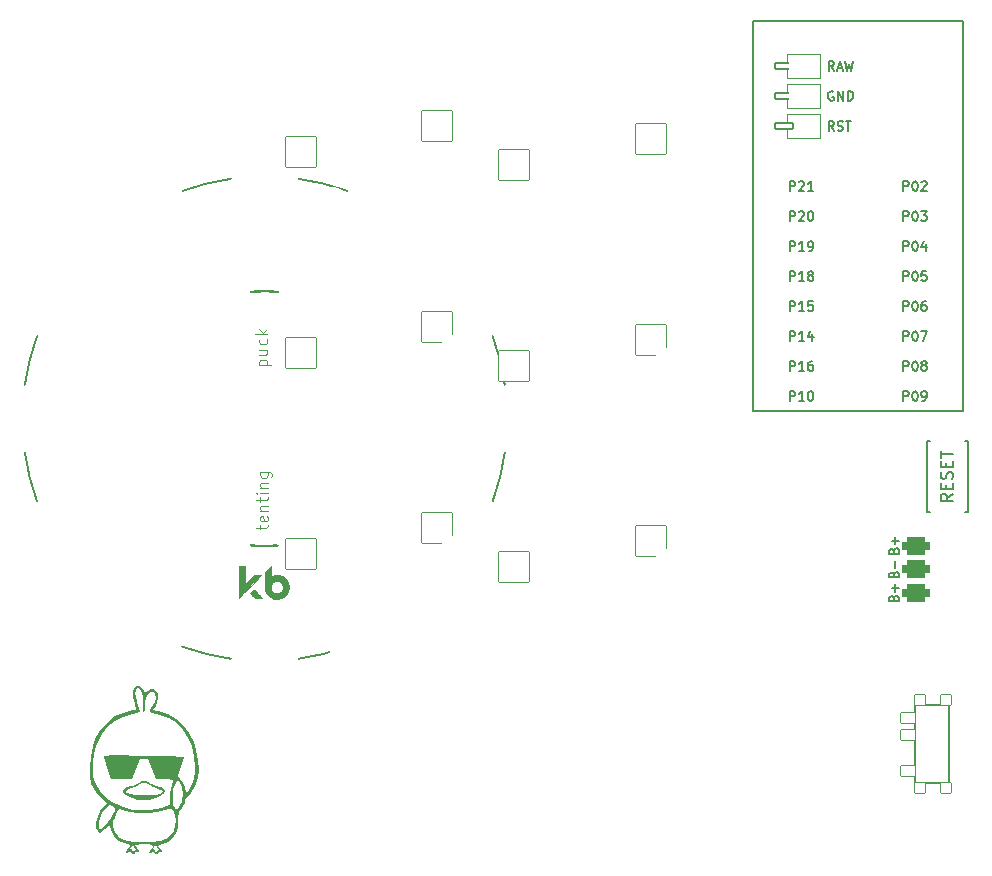
<source format=gto>
%TF.GenerationSoftware,KiCad,Pcbnew,(6.0.4-0)*%
%TF.CreationDate,2022-06-13T07:49:06+02:00*%
%TF.ProjectId,konafa,6b6f6e61-6661-42e6-9b69-6361645f7063,v1.0.0*%
%TF.SameCoordinates,Original*%
%TF.FileFunction,Legend,Top*%
%TF.FilePolarity,Positive*%
%FSLAX46Y46*%
G04 Gerber Fmt 4.6, Leading zero omitted, Abs format (unit mm)*
G04 Created by KiCad (PCBNEW (6.0.4-0)) date 2022-06-13 07:49:06*
%MOMM*%
%LPD*%
G01*
G04 APERTURE LIST*
G04 Aperture macros list*
%AMRoundRect*
0 Rectangle with rounded corners*
0 $1 Rounding radius*
0 $2 $3 $4 $5 $6 $7 $8 $9 X,Y pos of 4 corners*
0 Add a 4 corners polygon primitive as box body*
4,1,4,$2,$3,$4,$5,$6,$7,$8,$9,$2,$3,0*
0 Add four circle primitives for the rounded corners*
1,1,$1+$1,$2,$3*
1,1,$1+$1,$4,$5*
1,1,$1+$1,$6,$7*
1,1,$1+$1,$8,$9*
0 Add four rect primitives between the rounded corners*
20,1,$1+$1,$2,$3,$4,$5,0*
20,1,$1+$1,$4,$5,$6,$7,0*
20,1,$1+$1,$6,$7,$8,$9,0*
20,1,$1+$1,$8,$9,$2,$3,0*%
%AMFreePoly0*
4,1,16,0.535355,0.785355,0.541603,0.777735,1.041603,0.027735,1.049029,-0.009806,1.041603,-0.027735,0.541603,-0.777735,0.509806,-0.799029,0.500000,-0.800000,-0.500000,-0.800000,-0.535355,-0.785355,-0.550000,-0.750000,-0.550000,0.750000,-0.535355,0.785355,-0.500000,0.800000,0.500000,0.800000,0.535355,0.785355,0.535355,0.785355,$1*%
%AMFreePoly1*
4,1,16,0.535355,0.785355,0.550000,0.750000,0.550000,-0.750000,0.535355,-0.785355,0.500000,-0.800000,-0.650000,-0.800000,-0.685355,-0.785355,-0.700000,-0.750000,-0.691603,-0.722265,-0.210093,0.000000,-0.691603,0.722265,-0.699029,0.759806,-0.677735,0.791603,-0.650000,0.800000,0.500000,0.800000,0.535355,0.785355,0.535355,0.785355,$1*%
G04 Aperture macros list end*
%ADD10C,0.150000*%
%ADD11C,0.100000*%
%ADD12C,0.120000*%
%ADD13C,0.200000*%
%ADD14C,0.010000*%
%ADD15C,2.000000*%
%ADD16RoundRect,0.375000X-0.750000X0.375000X-0.750000X-0.375000X0.750000X-0.375000X0.750000X0.375000X0*%
%ADD17C,1.752600*%
%ADD18C,3.529000*%
%ADD19C,1.801800*%
%ADD20C,3.100000*%
%ADD21RoundRect,0.050000X-1.300000X-1.300000X1.300000X-1.300000X1.300000X1.300000X-1.300000X1.300000X0*%
%ADD22C,2.132000*%
%ADD23C,2.100000*%
%ADD24RoundRect,0.050000X-1.054507X-1.505993X1.505993X-1.054507X1.054507X1.505993X-1.505993X1.054507X0*%
%ADD25RoundRect,0.050000X-1.181751X-1.408356X1.408356X-1.181751X1.181751X1.408356X-1.408356X1.181751X0*%
%ADD26RoundRect,0.050000X-0.625000X0.450000X-0.625000X-0.450000X0.625000X-0.450000X0.625000X0.450000X0*%
%ADD27RoundRect,0.050000X-0.450000X0.450000X-0.450000X-0.450000X0.450000X-0.450000X0.450000X0.450000X0*%
%ADD28C,1.100000*%
%ADD29RoundRect,0.050000X-1.692328X-0.718350X0.718350X-1.692328X1.692328X0.718350X-0.718350X1.692328X0*%
%ADD30RoundRect,0.425000X-0.750000X0.375000X-0.750000X-0.375000X0.750000X-0.375000X0.750000X0.375000X0*%
%ADD31RoundRect,0.050000X-0.863113X-1.623279X1.623279X-0.863113X0.863113X1.623279X-1.623279X0.863113X0*%
%ADD32RoundRect,0.050000X-1.448740X-1.131880X1.131880X-1.448740X1.448740X1.131880X-1.131880X1.448740X0*%
%ADD33C,1.852600*%
%ADD34FreePoly0,180.000000*%
%ADD35RoundRect,0.050000X-0.762000X0.250000X-0.762000X-0.250000X0.762000X-0.250000X0.762000X0.250000X0*%
%ADD36FreePoly1,180.000000*%
%ADD37C,4.500000*%
G04 APERTURE END LIST*
D10*
%TO.C,B1*%
X162359171Y80540873D02*
X161882981Y80207539D01*
X162359171Y79969444D02*
X161359171Y79969444D01*
X161359171Y80350396D01*
X161406791Y80445634D01*
X161454410Y80493254D01*
X161549648Y80540873D01*
X161692505Y80540873D01*
X161787743Y80493254D01*
X161835362Y80445634D01*
X161882981Y80350396D01*
X161882981Y79969444D01*
X161835362Y80969444D02*
X161835362Y81302777D01*
X162359171Y81445634D02*
X162359171Y80969444D01*
X161359171Y80969444D01*
X161359171Y81445634D01*
X162311552Y81826587D02*
X162359171Y81969444D01*
X162359171Y82207539D01*
X162311552Y82302777D01*
X162263933Y82350396D01*
X162168695Y82398015D01*
X162073457Y82398015D01*
X161978219Y82350396D01*
X161930600Y82302777D01*
X161882981Y82207539D01*
X161835362Y82017063D01*
X161787743Y81921825D01*
X161740124Y81874206D01*
X161644886Y81826587D01*
X161549648Y81826587D01*
X161454410Y81874206D01*
X161406791Y81921825D01*
X161359171Y82017063D01*
X161359171Y82255158D01*
X161406791Y82398015D01*
X161835362Y82826587D02*
X161835362Y83159920D01*
X162359171Y83302777D02*
X162359171Y82826587D01*
X161359171Y82826587D01*
X161359171Y83302777D01*
X161359171Y83588492D02*
X161359171Y84159920D01*
X162359171Y83874206D02*
X161359171Y83874206D01*
%TO.C,PAD1*%
X157382648Y71724158D02*
X157420743Y71838444D01*
X157458838Y71876539D01*
X157535029Y71914634D01*
X157649314Y71914634D01*
X157725505Y71876539D01*
X157763600Y71838444D01*
X157801695Y71762254D01*
X157801695Y71457492D01*
X157001695Y71457492D01*
X157001695Y71724158D01*
X157039791Y71800349D01*
X157077886Y71838444D01*
X157154076Y71876539D01*
X157230267Y71876539D01*
X157306457Y71838444D01*
X157344552Y71800349D01*
X157382648Y71724158D01*
X157382648Y71457492D01*
X157496933Y72257492D02*
X157496933Y72867015D01*
X157801695Y72562254D02*
X157192171Y72562254D01*
X157382648Y75724158D02*
X157420743Y75838444D01*
X157458838Y75876539D01*
X157535029Y75914634D01*
X157649314Y75914634D01*
X157725505Y75876539D01*
X157763600Y75838444D01*
X157801695Y75762254D01*
X157801695Y75457492D01*
X157001695Y75457492D01*
X157001695Y75724158D01*
X157039791Y75800349D01*
X157077886Y75838444D01*
X157154076Y75876539D01*
X157230267Y75876539D01*
X157306457Y75838444D01*
X157344552Y75800349D01*
X157382648Y75724158D01*
X157382648Y75457492D01*
X157496933Y76257492D02*
X157496933Y76867015D01*
X157801695Y76562254D02*
X157192171Y76562254D01*
X157382648Y73724158D02*
X157420743Y73838444D01*
X157458838Y73876539D01*
X157535029Y73914634D01*
X157649314Y73914634D01*
X157725505Y73876539D01*
X157763600Y73838444D01*
X157801695Y73762254D01*
X157801695Y73457492D01*
X157001695Y73457492D01*
X157001695Y73724158D01*
X157039791Y73800349D01*
X157077886Y73838444D01*
X157154076Y73876539D01*
X157230267Y73876539D01*
X157306457Y73838444D01*
X157344552Y73800349D01*
X157382648Y73724158D01*
X157382648Y73457492D01*
X157496933Y74257492D02*
X157496933Y74867015D01*
%TO.C,MCU1*%
X158185784Y96057349D02*
X158185784Y96857349D01*
X158490546Y96857349D01*
X158566736Y96819254D01*
X158604832Y96781158D01*
X158642927Y96704968D01*
X158642927Y96590682D01*
X158604832Y96514492D01*
X158566736Y96476396D01*
X158490546Y96438301D01*
X158185784Y96438301D01*
X159138165Y96857349D02*
X159214355Y96857349D01*
X159290546Y96819254D01*
X159328641Y96781158D01*
X159366736Y96704968D01*
X159404832Y96552587D01*
X159404832Y96362111D01*
X159366736Y96209730D01*
X159328641Y96133539D01*
X159290546Y96095444D01*
X159214355Y96057349D01*
X159138165Y96057349D01*
X159061974Y96095444D01*
X159023879Y96133539D01*
X158985784Y96209730D01*
X158947689Y96362111D01*
X158947689Y96552587D01*
X158985784Y96704968D01*
X159023879Y96781158D01*
X159061974Y96819254D01*
X159138165Y96857349D01*
X160090546Y96857349D02*
X159938165Y96857349D01*
X159861974Y96819254D01*
X159823879Y96781158D01*
X159747689Y96666873D01*
X159709593Y96514492D01*
X159709593Y96209730D01*
X159747689Y96133539D01*
X159785784Y96095444D01*
X159861974Y96057349D01*
X160014355Y96057349D01*
X160090546Y96095444D01*
X160128641Y96133539D01*
X160166736Y96209730D01*
X160166736Y96400206D01*
X160128641Y96476396D01*
X160090546Y96514492D01*
X160014355Y96552587D01*
X159861974Y96552587D01*
X159785784Y96514492D01*
X159747689Y96476396D01*
X159709593Y96400206D01*
X148585784Y96057349D02*
X148585784Y96857349D01*
X148890546Y96857349D01*
X148966736Y96819254D01*
X149004832Y96781158D01*
X149042927Y96704968D01*
X149042927Y96590682D01*
X149004832Y96514492D01*
X148966736Y96476396D01*
X148890546Y96438301D01*
X148585784Y96438301D01*
X149804832Y96057349D02*
X149347689Y96057349D01*
X149576260Y96057349D02*
X149576260Y96857349D01*
X149500070Y96743063D01*
X149423879Y96666873D01*
X149347689Y96628777D01*
X150528641Y96857349D02*
X150147689Y96857349D01*
X150109593Y96476396D01*
X150147689Y96514492D01*
X150223879Y96552587D01*
X150414355Y96552587D01*
X150490546Y96514492D01*
X150528641Y96476396D01*
X150566736Y96400206D01*
X150566736Y96209730D01*
X150528641Y96133539D01*
X150490546Y96095444D01*
X150414355Y96057349D01*
X150223879Y96057349D01*
X150147689Y96095444D01*
X150109593Y96133539D01*
X158185784Y98597349D02*
X158185784Y99397349D01*
X158490546Y99397349D01*
X158566736Y99359254D01*
X158604832Y99321158D01*
X158642927Y99244968D01*
X158642927Y99130682D01*
X158604832Y99054492D01*
X158566736Y99016396D01*
X158490546Y98978301D01*
X158185784Y98978301D01*
X159138165Y99397349D02*
X159214355Y99397349D01*
X159290546Y99359254D01*
X159328641Y99321158D01*
X159366736Y99244968D01*
X159404832Y99092587D01*
X159404832Y98902111D01*
X159366736Y98749730D01*
X159328641Y98673539D01*
X159290546Y98635444D01*
X159214355Y98597349D01*
X159138165Y98597349D01*
X159061974Y98635444D01*
X159023879Y98673539D01*
X158985784Y98749730D01*
X158947689Y98902111D01*
X158947689Y99092587D01*
X158985784Y99244968D01*
X159023879Y99321158D01*
X159061974Y99359254D01*
X159138165Y99397349D01*
X160128641Y99397349D02*
X159747689Y99397349D01*
X159709593Y99016396D01*
X159747689Y99054492D01*
X159823879Y99092587D01*
X160014355Y99092587D01*
X160090546Y99054492D01*
X160128641Y99016396D01*
X160166736Y98940206D01*
X160166736Y98749730D01*
X160128641Y98673539D01*
X160090546Y98635444D01*
X160014355Y98597349D01*
X159823879Y98597349D01*
X159747689Y98635444D01*
X159709593Y98673539D01*
X158185784Y101137349D02*
X158185784Y101937349D01*
X158490546Y101937349D01*
X158566736Y101899254D01*
X158604832Y101861158D01*
X158642927Y101784968D01*
X158642927Y101670682D01*
X158604832Y101594492D01*
X158566736Y101556396D01*
X158490546Y101518301D01*
X158185784Y101518301D01*
X159138165Y101937349D02*
X159214355Y101937349D01*
X159290546Y101899254D01*
X159328641Y101861158D01*
X159366736Y101784968D01*
X159404832Y101632587D01*
X159404832Y101442111D01*
X159366736Y101289730D01*
X159328641Y101213539D01*
X159290546Y101175444D01*
X159214355Y101137349D01*
X159138165Y101137349D01*
X159061974Y101175444D01*
X159023879Y101213539D01*
X158985784Y101289730D01*
X158947689Y101442111D01*
X158947689Y101632587D01*
X158985784Y101784968D01*
X159023879Y101861158D01*
X159061974Y101899254D01*
X159138165Y101937349D01*
X160090546Y101670682D02*
X160090546Y101137349D01*
X159900070Y101975444D02*
X159709593Y101404015D01*
X160204832Y101404015D01*
X152248452Y114599254D02*
X152172261Y114637349D01*
X152057976Y114637349D01*
X151943690Y114599254D01*
X151867499Y114523063D01*
X151829404Y114446873D01*
X151791309Y114294492D01*
X151791309Y114180206D01*
X151829404Y114027825D01*
X151867499Y113951634D01*
X151943690Y113875444D01*
X152057976Y113837349D01*
X152134166Y113837349D01*
X152248452Y113875444D01*
X152286547Y113913539D01*
X152286547Y114180206D01*
X152134166Y114180206D01*
X152629404Y113837349D02*
X152629404Y114637349D01*
X153086547Y113837349D01*
X153086547Y114637349D01*
X153467499Y113837349D02*
X153467499Y114637349D01*
X153657976Y114637349D01*
X153772261Y114599254D01*
X153848452Y114523063D01*
X153886547Y114446873D01*
X153924642Y114294492D01*
X153924642Y114180206D01*
X153886547Y114027825D01*
X153848452Y113951634D01*
X153772261Y113875444D01*
X153657976Y113837349D01*
X153467499Y113837349D01*
X148585784Y101137349D02*
X148585784Y101937349D01*
X148890546Y101937349D01*
X148966736Y101899254D01*
X149004832Y101861158D01*
X149042927Y101784968D01*
X149042927Y101670682D01*
X149004832Y101594492D01*
X148966736Y101556396D01*
X148890546Y101518301D01*
X148585784Y101518301D01*
X149804832Y101137349D02*
X149347689Y101137349D01*
X149576260Y101137349D02*
X149576260Y101937349D01*
X149500070Y101823063D01*
X149423879Y101746873D01*
X149347689Y101708777D01*
X150185784Y101137349D02*
X150338165Y101137349D01*
X150414355Y101175444D01*
X150452451Y101213539D01*
X150528641Y101327825D01*
X150566736Y101480206D01*
X150566736Y101784968D01*
X150528641Y101861158D01*
X150490546Y101899254D01*
X150414355Y101937349D01*
X150261974Y101937349D01*
X150185784Y101899254D01*
X150147689Y101861158D01*
X150109593Y101784968D01*
X150109593Y101594492D01*
X150147689Y101518301D01*
X150185784Y101480206D01*
X150261974Y101442111D01*
X150414355Y101442111D01*
X150490546Y101480206D01*
X150528641Y101518301D01*
X150566736Y101594492D01*
X158185784Y93517349D02*
X158185784Y94317349D01*
X158490546Y94317349D01*
X158566736Y94279254D01*
X158604832Y94241158D01*
X158642927Y94164968D01*
X158642927Y94050682D01*
X158604832Y93974492D01*
X158566736Y93936396D01*
X158490546Y93898301D01*
X158185784Y93898301D01*
X159138165Y94317349D02*
X159214355Y94317349D01*
X159290546Y94279254D01*
X159328641Y94241158D01*
X159366736Y94164968D01*
X159404832Y94012587D01*
X159404832Y93822111D01*
X159366736Y93669730D01*
X159328641Y93593539D01*
X159290546Y93555444D01*
X159214355Y93517349D01*
X159138165Y93517349D01*
X159061974Y93555444D01*
X159023879Y93593539D01*
X158985784Y93669730D01*
X158947689Y93822111D01*
X158947689Y94012587D01*
X158985784Y94164968D01*
X159023879Y94241158D01*
X159061974Y94279254D01*
X159138165Y94317349D01*
X159671498Y94317349D02*
X160204832Y94317349D01*
X159861974Y93517349D01*
X158185784Y103677349D02*
X158185784Y104477349D01*
X158490546Y104477349D01*
X158566736Y104439254D01*
X158604832Y104401158D01*
X158642927Y104324968D01*
X158642927Y104210682D01*
X158604832Y104134492D01*
X158566736Y104096396D01*
X158490546Y104058301D01*
X158185784Y104058301D01*
X159138165Y104477349D02*
X159214355Y104477349D01*
X159290546Y104439254D01*
X159328641Y104401158D01*
X159366736Y104324968D01*
X159404832Y104172587D01*
X159404832Y103982111D01*
X159366736Y103829730D01*
X159328641Y103753539D01*
X159290546Y103715444D01*
X159214355Y103677349D01*
X159138165Y103677349D01*
X159061974Y103715444D01*
X159023879Y103753539D01*
X158985784Y103829730D01*
X158947689Y103982111D01*
X158947689Y104172587D01*
X158985784Y104324968D01*
X159023879Y104401158D01*
X159061974Y104439254D01*
X159138165Y104477349D01*
X159671498Y104477349D02*
X160166736Y104477349D01*
X159900070Y104172587D01*
X160014355Y104172587D01*
X160090546Y104134492D01*
X160128641Y104096396D01*
X160166736Y104020206D01*
X160166736Y103829730D01*
X160128641Y103753539D01*
X160090546Y103715444D01*
X160014355Y103677349D01*
X159785784Y103677349D01*
X159709593Y103715444D01*
X159671498Y103753539D01*
X148585784Y88437349D02*
X148585784Y89237349D01*
X148890546Y89237349D01*
X148966736Y89199254D01*
X149004832Y89161158D01*
X149042927Y89084968D01*
X149042927Y88970682D01*
X149004832Y88894492D01*
X148966736Y88856396D01*
X148890546Y88818301D01*
X148585784Y88818301D01*
X149804832Y88437349D02*
X149347689Y88437349D01*
X149576260Y88437349D02*
X149576260Y89237349D01*
X149500070Y89123063D01*
X149423879Y89046873D01*
X149347689Y89008777D01*
X150300070Y89237349D02*
X150376260Y89237349D01*
X150452451Y89199254D01*
X150490546Y89161158D01*
X150528641Y89084968D01*
X150566736Y88932587D01*
X150566736Y88742111D01*
X150528641Y88589730D01*
X150490546Y88513539D01*
X150452451Y88475444D01*
X150376260Y88437349D01*
X150300070Y88437349D01*
X150223879Y88475444D01*
X150185784Y88513539D01*
X150147689Y88589730D01*
X150109593Y88742111D01*
X150109593Y88932587D01*
X150147689Y89084968D01*
X150185784Y89161158D01*
X150223879Y89199254D01*
X150300070Y89237349D01*
X148585784Y98597349D02*
X148585784Y99397349D01*
X148890546Y99397349D01*
X148966736Y99359254D01*
X149004832Y99321158D01*
X149042927Y99244968D01*
X149042927Y99130682D01*
X149004832Y99054492D01*
X148966736Y99016396D01*
X148890546Y98978301D01*
X148585784Y98978301D01*
X149804832Y98597349D02*
X149347689Y98597349D01*
X149576260Y98597349D02*
X149576260Y99397349D01*
X149500070Y99283063D01*
X149423879Y99206873D01*
X149347689Y99168777D01*
X150261974Y99054492D02*
X150185784Y99092587D01*
X150147689Y99130682D01*
X150109593Y99206873D01*
X150109593Y99244968D01*
X150147689Y99321158D01*
X150185784Y99359254D01*
X150261974Y99397349D01*
X150414355Y99397349D01*
X150490546Y99359254D01*
X150528641Y99321158D01*
X150566736Y99244968D01*
X150566736Y99206873D01*
X150528641Y99130682D01*
X150490546Y99092587D01*
X150414355Y99054492D01*
X150261974Y99054492D01*
X150185784Y99016396D01*
X150147689Y98978301D01*
X150109593Y98902111D01*
X150109593Y98749730D01*
X150147689Y98673539D01*
X150185784Y98635444D01*
X150261974Y98597349D01*
X150414355Y98597349D01*
X150490546Y98635444D01*
X150528641Y98673539D01*
X150566736Y98749730D01*
X150566736Y98902111D01*
X150528641Y98978301D01*
X150490546Y99016396D01*
X150414355Y99054492D01*
X158185784Y106217349D02*
X158185784Y107017349D01*
X158490546Y107017349D01*
X158566736Y106979254D01*
X158604832Y106941158D01*
X158642927Y106864968D01*
X158642927Y106750682D01*
X158604832Y106674492D01*
X158566736Y106636396D01*
X158490546Y106598301D01*
X158185784Y106598301D01*
X159138165Y107017349D02*
X159214355Y107017349D01*
X159290546Y106979254D01*
X159328641Y106941158D01*
X159366736Y106864968D01*
X159404832Y106712587D01*
X159404832Y106522111D01*
X159366736Y106369730D01*
X159328641Y106293539D01*
X159290546Y106255444D01*
X159214355Y106217349D01*
X159138165Y106217349D01*
X159061974Y106255444D01*
X159023879Y106293539D01*
X158985784Y106369730D01*
X158947689Y106522111D01*
X158947689Y106712587D01*
X158985784Y106864968D01*
X159023879Y106941158D01*
X159061974Y106979254D01*
X159138165Y107017349D01*
X159709593Y106941158D02*
X159747689Y106979254D01*
X159823879Y107017349D01*
X160014355Y107017349D01*
X160090546Y106979254D01*
X160128641Y106941158D01*
X160166736Y106864968D01*
X160166736Y106788777D01*
X160128641Y106674492D01*
X159671498Y106217349D01*
X160166736Y106217349D01*
X152305595Y116377349D02*
X152038928Y116758301D01*
X151848452Y116377349D02*
X151848452Y117177349D01*
X152153214Y117177349D01*
X152229404Y117139254D01*
X152267499Y117101158D01*
X152305595Y117024968D01*
X152305595Y116910682D01*
X152267499Y116834492D01*
X152229404Y116796396D01*
X152153214Y116758301D01*
X151848452Y116758301D01*
X152610356Y116605920D02*
X152991309Y116605920D01*
X152534166Y116377349D02*
X152800833Y117177349D01*
X153067499Y116377349D01*
X153257976Y117177349D02*
X153448452Y116377349D01*
X153600833Y116948777D01*
X153753214Y116377349D01*
X153943690Y117177349D01*
X148585784Y90977349D02*
X148585784Y91777349D01*
X148890546Y91777349D01*
X148966736Y91739254D01*
X149004832Y91701158D01*
X149042927Y91624968D01*
X149042927Y91510682D01*
X149004832Y91434492D01*
X148966736Y91396396D01*
X148890546Y91358301D01*
X148585784Y91358301D01*
X149804832Y90977349D02*
X149347689Y90977349D01*
X149576260Y90977349D02*
X149576260Y91777349D01*
X149500070Y91663063D01*
X149423879Y91586873D01*
X149347689Y91548777D01*
X150490546Y91777349D02*
X150338165Y91777349D01*
X150261974Y91739254D01*
X150223879Y91701158D01*
X150147689Y91586873D01*
X150109593Y91434492D01*
X150109593Y91129730D01*
X150147689Y91053539D01*
X150185784Y91015444D01*
X150261974Y90977349D01*
X150414355Y90977349D01*
X150490546Y91015444D01*
X150528641Y91053539D01*
X150566736Y91129730D01*
X150566736Y91320206D01*
X150528641Y91396396D01*
X150490546Y91434492D01*
X150414355Y91472587D01*
X150261974Y91472587D01*
X150185784Y91434492D01*
X150147689Y91396396D01*
X150109593Y91320206D01*
X158185784Y88437349D02*
X158185784Y89237349D01*
X158490546Y89237349D01*
X158566736Y89199254D01*
X158604832Y89161158D01*
X158642927Y89084968D01*
X158642927Y88970682D01*
X158604832Y88894492D01*
X158566736Y88856396D01*
X158490546Y88818301D01*
X158185784Y88818301D01*
X159138165Y89237349D02*
X159214355Y89237349D01*
X159290546Y89199254D01*
X159328641Y89161158D01*
X159366736Y89084968D01*
X159404832Y88932587D01*
X159404832Y88742111D01*
X159366736Y88589730D01*
X159328641Y88513539D01*
X159290546Y88475444D01*
X159214355Y88437349D01*
X159138165Y88437349D01*
X159061974Y88475444D01*
X159023879Y88513539D01*
X158985784Y88589730D01*
X158947689Y88742111D01*
X158947689Y88932587D01*
X158985784Y89084968D01*
X159023879Y89161158D01*
X159061974Y89199254D01*
X159138165Y89237349D01*
X159785784Y88437349D02*
X159938165Y88437349D01*
X160014355Y88475444D01*
X160052451Y88513539D01*
X160128641Y88627825D01*
X160166736Y88780206D01*
X160166736Y89084968D01*
X160128641Y89161158D01*
X160090546Y89199254D01*
X160014355Y89237349D01*
X159861974Y89237349D01*
X159785784Y89199254D01*
X159747689Y89161158D01*
X159709593Y89084968D01*
X159709593Y88894492D01*
X159747689Y88818301D01*
X159785784Y88780206D01*
X159861974Y88742111D01*
X160014355Y88742111D01*
X160090546Y88780206D01*
X160128641Y88818301D01*
X160166736Y88894492D01*
X152305594Y111297349D02*
X152038928Y111678301D01*
X151848451Y111297349D02*
X151848451Y112097349D01*
X152153213Y112097349D01*
X152229404Y112059254D01*
X152267499Y112021158D01*
X152305594Y111944968D01*
X152305594Y111830682D01*
X152267499Y111754492D01*
X152229404Y111716396D01*
X152153213Y111678301D01*
X151848451Y111678301D01*
X152610356Y111335444D02*
X152724642Y111297349D01*
X152915118Y111297349D01*
X152991309Y111335444D01*
X153029404Y111373539D01*
X153067499Y111449730D01*
X153067499Y111525920D01*
X153029404Y111602111D01*
X152991309Y111640206D01*
X152915118Y111678301D01*
X152762737Y111716396D01*
X152686547Y111754492D01*
X152648451Y111792587D01*
X152610356Y111868777D01*
X152610356Y111944968D01*
X152648451Y112021158D01*
X152686547Y112059254D01*
X152762737Y112097349D01*
X152953213Y112097349D01*
X153067499Y112059254D01*
X153296070Y112097349D02*
X153753213Y112097349D01*
X153524642Y111297349D02*
X153524642Y112097349D01*
X148585784Y103677349D02*
X148585784Y104477349D01*
X148890546Y104477349D01*
X148966736Y104439254D01*
X149004832Y104401158D01*
X149042927Y104324968D01*
X149042927Y104210682D01*
X149004832Y104134492D01*
X148966736Y104096396D01*
X148890546Y104058301D01*
X148585784Y104058301D01*
X149347689Y104401158D02*
X149385784Y104439254D01*
X149461974Y104477349D01*
X149652451Y104477349D01*
X149728641Y104439254D01*
X149766736Y104401158D01*
X149804832Y104324968D01*
X149804832Y104248777D01*
X149766736Y104134492D01*
X149309593Y103677349D01*
X149804832Y103677349D01*
X150300070Y104477349D02*
X150376260Y104477349D01*
X150452451Y104439254D01*
X150490546Y104401158D01*
X150528641Y104324968D01*
X150566736Y104172587D01*
X150566736Y103982111D01*
X150528641Y103829730D01*
X150490546Y103753539D01*
X150452451Y103715444D01*
X150376260Y103677349D01*
X150300070Y103677349D01*
X150223879Y103715444D01*
X150185784Y103753539D01*
X150147689Y103829730D01*
X150109593Y103982111D01*
X150109593Y104172587D01*
X150147689Y104324968D01*
X150185784Y104401158D01*
X150223879Y104439254D01*
X150300070Y104477349D01*
X148585784Y93517349D02*
X148585784Y94317349D01*
X148890546Y94317349D01*
X148966736Y94279254D01*
X149004832Y94241158D01*
X149042927Y94164968D01*
X149042927Y94050682D01*
X149004832Y93974492D01*
X148966736Y93936396D01*
X148890546Y93898301D01*
X148585784Y93898301D01*
X149804832Y93517349D02*
X149347689Y93517349D01*
X149576260Y93517349D02*
X149576260Y94317349D01*
X149500070Y94203063D01*
X149423879Y94126873D01*
X149347689Y94088777D01*
X150490546Y94050682D02*
X150490546Y93517349D01*
X150300070Y94355444D02*
X150109593Y93784015D01*
X150604832Y93784015D01*
X148585784Y106217349D02*
X148585784Y107017349D01*
X148890546Y107017349D01*
X148966736Y106979254D01*
X149004832Y106941158D01*
X149042927Y106864968D01*
X149042927Y106750682D01*
X149004832Y106674492D01*
X148966736Y106636396D01*
X148890546Y106598301D01*
X148585784Y106598301D01*
X149347689Y106941158D02*
X149385784Y106979254D01*
X149461974Y107017349D01*
X149652451Y107017349D01*
X149728641Y106979254D01*
X149766736Y106941158D01*
X149804832Y106864968D01*
X149804832Y106788777D01*
X149766736Y106674492D01*
X149309593Y106217349D01*
X149804832Y106217349D01*
X150566736Y106217349D02*
X150109593Y106217349D01*
X150338165Y106217349D02*
X150338165Y107017349D01*
X150261974Y106903063D01*
X150185784Y106826873D01*
X150109593Y106788777D01*
X158185784Y90977349D02*
X158185784Y91777349D01*
X158490546Y91777349D01*
X158566736Y91739254D01*
X158604832Y91701158D01*
X158642927Y91624968D01*
X158642927Y91510682D01*
X158604832Y91434492D01*
X158566736Y91396396D01*
X158490546Y91358301D01*
X158185784Y91358301D01*
X159138165Y91777349D02*
X159214355Y91777349D01*
X159290546Y91739254D01*
X159328641Y91701158D01*
X159366736Y91624968D01*
X159404832Y91472587D01*
X159404832Y91282111D01*
X159366736Y91129730D01*
X159328641Y91053539D01*
X159290546Y91015444D01*
X159214355Y90977349D01*
X159138165Y90977349D01*
X159061974Y91015444D01*
X159023879Y91053539D01*
X158985784Y91129730D01*
X158947689Y91282111D01*
X158947689Y91472587D01*
X158985784Y91624968D01*
X159023879Y91701158D01*
X159061974Y91739254D01*
X159138165Y91777349D01*
X159861974Y91434492D02*
X159785784Y91472587D01*
X159747689Y91510682D01*
X159709593Y91586873D01*
X159709593Y91624968D01*
X159747689Y91701158D01*
X159785784Y91739254D01*
X159861974Y91777349D01*
X160014355Y91777349D01*
X160090546Y91739254D01*
X160128641Y91701158D01*
X160166736Y91624968D01*
X160166736Y91586873D01*
X160128641Y91510682D01*
X160090546Y91472587D01*
X160014355Y91434492D01*
X159861974Y91434492D01*
X159785784Y91396396D01*
X159747689Y91358301D01*
X159709593Y91282111D01*
X159709593Y91129730D01*
X159747689Y91053539D01*
X159785784Y91015444D01*
X159861974Y90977349D01*
X160014355Y90977349D01*
X160090546Y91015444D01*
X160128641Y91053539D01*
X160166736Y91129730D01*
X160166736Y91282111D01*
X160128641Y91358301D01*
X160090546Y91396396D01*
X160014355Y91434492D01*
D11*
%TO.C,REF\u002A\u002A*%
X103717005Y77536254D02*
X103717005Y77917206D01*
X103383671Y77679111D02*
X104240814Y77679111D01*
X104336052Y77726730D01*
X104383671Y77821968D01*
X104383671Y77917206D01*
X104336052Y78631492D02*
X104383671Y78536254D01*
X104383671Y78345777D01*
X104336052Y78250539D01*
X104240814Y78202920D01*
X103859862Y78202920D01*
X103764624Y78250539D01*
X103717005Y78345777D01*
X103717005Y78536254D01*
X103764624Y78631492D01*
X103859862Y78679111D01*
X103955100Y78679111D01*
X104050338Y78202920D01*
X103717005Y79107682D02*
X104383671Y79107682D01*
X103812243Y79107682D02*
X103764624Y79155301D01*
X103717005Y79250539D01*
X103717005Y79393396D01*
X103764624Y79488634D01*
X103859862Y79536254D01*
X104383671Y79536254D01*
X103717005Y79869587D02*
X103717005Y80250539D01*
X103383671Y80012444D02*
X104240814Y80012444D01*
X104336052Y80060063D01*
X104383671Y80155301D01*
X104383671Y80250539D01*
X104383671Y80583873D02*
X103717005Y80583873D01*
X103383671Y80583873D02*
X103431291Y80536254D01*
X103478910Y80583873D01*
X103431291Y80631492D01*
X103383671Y80583873D01*
X103478910Y80583873D01*
X103717005Y81060063D02*
X104383671Y81060063D01*
X103812243Y81060063D02*
X103764624Y81107682D01*
X103717005Y81202920D01*
X103717005Y81345777D01*
X103764624Y81441015D01*
X103859862Y81488634D01*
X104383671Y81488634D01*
X103717005Y82393396D02*
X104526529Y82393396D01*
X104621767Y82345777D01*
X104669386Y82298158D01*
X104717005Y82202920D01*
X104717005Y82060063D01*
X104669386Y81964825D01*
X104336052Y82393396D02*
X104383671Y82298158D01*
X104383671Y82107682D01*
X104336052Y82012444D01*
X104288433Y81964825D01*
X104193195Y81917206D01*
X103907481Y81917206D01*
X103812243Y81964825D01*
X103764624Y82012444D01*
X103717005Y82107682D01*
X103717005Y82298158D01*
X103764624Y82393396D01*
X103653505Y91426754D02*
X104653505Y91426754D01*
X103701124Y91426754D02*
X103653505Y91521992D01*
X103653505Y91712468D01*
X103701124Y91807706D01*
X103748743Y91855325D01*
X103843981Y91902944D01*
X104129695Y91902944D01*
X104224933Y91855325D01*
X104272552Y91807706D01*
X104320171Y91712468D01*
X104320171Y91521992D01*
X104272552Y91426754D01*
X103653505Y92760087D02*
X104320171Y92760087D01*
X103653505Y92331515D02*
X104177314Y92331515D01*
X104272552Y92379134D01*
X104320171Y92474373D01*
X104320171Y92617230D01*
X104272552Y92712468D01*
X104224933Y92760087D01*
X104272552Y93664849D02*
X104320171Y93569611D01*
X104320171Y93379134D01*
X104272552Y93283896D01*
X104224933Y93236277D01*
X104129695Y93188658D01*
X103843981Y93188658D01*
X103748743Y93236277D01*
X103701124Y93283896D01*
X103653505Y93379134D01*
X103653505Y93569611D01*
X103701124Y93664849D01*
X104320171Y94093420D02*
X103320171Y94093420D01*
X103939219Y94188658D02*
X104320171Y94474373D01*
X103653505Y94474373D02*
X104034457Y94093420D01*
D10*
%TO.C,B1*%
X160156791Y78993254D02*
X160156791Y84993254D01*
X163656791Y78993254D02*
X163656791Y84993254D01*
X160156791Y84993254D02*
X160406791Y84993254D01*
X163656791Y78993254D02*
X163406791Y78993254D01*
X163656791Y84993254D02*
X163406791Y84993254D01*
X160156791Y78993254D02*
X160406791Y78993254D01*
%TO.C,T1*%
X162029791Y59352254D02*
X162029791Y62652254D01*
X159179791Y56052254D02*
X162029791Y56052254D01*
X162029791Y59352254D02*
X162029791Y56052254D01*
X159179791Y62652254D02*
X159179791Y56052254D01*
X162029791Y57402254D02*
X162029791Y61302254D01*
X162029791Y62652254D02*
X159179791Y62652254D01*
%TO.C,G\u002A\u002A\u002A*%
G36*
X92883978Y54811439D02*
G01*
X92740255Y54880814D01*
X92407058Y55056231D01*
X92211599Y55193916D01*
X92131416Y55310999D01*
X92130646Y55316839D01*
X92306885Y55316839D01*
X92323310Y55295956D01*
X92503738Y55201096D01*
X92814003Y55123189D01*
X93215242Y55064583D01*
X93668589Y55027628D01*
X94135180Y55014670D01*
X94576151Y55028060D01*
X94952637Y55070144D01*
X95174422Y55123679D01*
X95401772Y55233273D01*
X95460472Y55348492D01*
X95351061Y55468035D01*
X95074080Y55590598D01*
X94966078Y55625429D01*
X94664565Y55735323D01*
X94407590Y55860367D01*
X94283288Y55946404D01*
X94021677Y56093383D01*
X93736622Y56076183D01*
X93509613Y55948664D01*
X93306784Y55830100D01*
X93019752Y55709005D01*
X92844401Y55651219D01*
X92514387Y55534275D01*
X92332107Y55420696D01*
X92306885Y55316839D01*
X92130646Y55316839D01*
X92126422Y55348860D01*
X92205522Y55535943D01*
X92420663Y55696920D01*
X92738600Y55809825D01*
X92858300Y55832470D01*
X93154436Y55920791D01*
X93435028Y56068739D01*
X93454272Y56082600D01*
X93752550Y56247693D01*
X94019947Y56257391D01*
X94293936Y56111220D01*
X94343195Y56071400D01*
X94555160Y55931295D01*
X94751676Y55860051D01*
X94778751Y55857874D01*
X94966352Y55822347D01*
X95222502Y55735067D01*
X95328663Y55689960D01*
X95559074Y55566867D01*
X95659234Y55452976D01*
X95667330Y55340633D01*
X95591473Y55163612D01*
X95513088Y55091950D01*
X95111759Y54891462D01*
X94805697Y54759395D01*
X94543443Y54679643D01*
X94273536Y54636100D01*
X93989088Y54614958D01*
X93653008Y54603783D01*
X93402897Y54622991D01*
X93169604Y54687303D01*
X93109985Y54713214D01*
X93673799Y54713214D01*
X93780173Y54699930D01*
X93904422Y54697460D01*
X94087543Y54704065D01*
X94137812Y54720951D01*
X94094922Y54734152D01*
X93848204Y54748159D01*
X93713922Y54734152D01*
X93673799Y54713214D01*
X93109985Y54713214D01*
X92957906Y54779309D01*
X93263810Y54779309D01*
X93347033Y54765751D01*
X93456847Y54781317D01*
X93458158Y54810219D01*
X93344841Y54830431D01*
X93295880Y54816903D01*
X93263810Y54779309D01*
X92957906Y54779309D01*
X92883978Y54811439D01*
G37*
G36*
X94497088Y50503045D02*
G01*
X94643295Y50652401D01*
X94666692Y50756195D01*
X94555768Y50821445D01*
X94299012Y50855169D01*
X93904422Y50864400D01*
X93568863Y50857043D01*
X93308698Y50837338D01*
X93161697Y50808830D01*
X93142422Y50792855D01*
X93199034Y50688346D01*
X93311755Y50568066D01*
X93447142Y50400898D01*
X93476988Y50265739D01*
X93400694Y50201812D01*
X93317223Y50210169D01*
X93160615Y50195335D01*
X93108213Y50135377D01*
X93006711Y50026556D01*
X92885968Y50061683D01*
X92834968Y50143183D01*
X92754841Y50223695D01*
X92631524Y50185516D01*
X92462694Y50111812D01*
X92392654Y50148018D01*
X92380422Y50271016D01*
X92421728Y50379808D01*
X92582791Y50379808D01*
X92677340Y50385158D01*
X92749034Y50430786D01*
X92849174Y50473905D01*
X92916959Y50373574D01*
X92929388Y50337018D01*
X92980358Y50214712D01*
X93017398Y50247358D01*
X93029700Y50288207D01*
X93124266Y50392124D01*
X93211226Y50386159D01*
X93282980Y50379386D01*
X93221385Y50454321D01*
X93173785Y50496685D01*
X93022640Y50657352D01*
X92947636Y50779733D01*
X92909598Y50852446D01*
X92895106Y50761545D01*
X92821498Y50610467D01*
X92711837Y50521852D01*
X92594181Y50433079D01*
X92582791Y50379808D01*
X92421728Y50379808D01*
X92447013Y50446405D01*
X92549755Y50545382D01*
X92693986Y50671444D01*
X92682018Y50778173D01*
X92509132Y50871978D01*
X92258894Y50940441D01*
X91805541Y51124714D01*
X91433524Y51442555D01*
X91170096Y51867066D01*
X91092709Y52091419D01*
X90991439Y52470057D01*
X90775764Y52332967D01*
X90561682Y52165937D01*
X90369908Y51974638D01*
X90179727Y51753400D01*
X90000313Y51965066D01*
X89869742Y52239974D01*
X89848473Y52501801D01*
X90095204Y52501801D01*
X90102772Y52276291D01*
X90139765Y52147704D01*
X90163941Y52134400D01*
X90256374Y52188909D01*
X90430173Y52331426D01*
X90603135Y52489954D01*
X91293284Y52489954D01*
X91375226Y52110208D01*
X91476501Y51873648D01*
X91654061Y51601911D01*
X91877885Y51393116D01*
X92168936Y51241165D01*
X92548174Y51139962D01*
X93036561Y51083409D01*
X93655058Y51065408D01*
X94226220Y51073792D01*
X94708800Y51090617D01*
X95060360Y51114249D01*
X95319209Y51150426D01*
X95523658Y51204883D01*
X95712015Y51283357D01*
X95750220Y51301989D01*
X96123921Y51577407D01*
X96396496Y51966219D01*
X96555900Y52437813D01*
X96590089Y52961576D01*
X96540529Y53310769D01*
X96455508Y53618649D01*
X96347306Y53796201D01*
X96181045Y53859979D01*
X95921846Y53826536D01*
X95630184Y53742813D01*
X94953530Y53587774D01*
X94197082Y53510253D01*
X93433171Y53513392D01*
X92734127Y53600336D01*
X92668971Y53614115D01*
X92335075Y53693216D01*
X92053420Y53769503D01*
X91875159Y53828891D01*
X91854808Y53838335D01*
X91752825Y53860391D01*
X91681082Y53771888D01*
X91623707Y53593361D01*
X91533656Y53336287D01*
X91426116Y53126554D01*
X91411179Y53105450D01*
X91304319Y52839623D01*
X91293284Y52489954D01*
X90603135Y52489954D01*
X90635426Y52519550D01*
X90866152Y52778902D01*
X91090809Y53095367D01*
X91281265Y53421544D01*
X91409387Y53710034D01*
X91448261Y53889059D01*
X91380701Y53995723D01*
X91215710Y54113267D01*
X91203142Y54119902D01*
X91054781Y54186990D01*
X90944970Y54184016D01*
X90822020Y54091411D01*
X90654733Y53912295D01*
X90448858Y53651510D01*
X90275909Y53376808D01*
X90223346Y53268946D01*
X90158061Y53047223D01*
X90114491Y52775143D01*
X90095204Y52501801D01*
X89848473Y52501801D01*
X89840202Y52603612D01*
X89902370Y53016274D01*
X90046922Y53438258D01*
X90264536Y53829856D01*
X90504870Y54113825D01*
X90761494Y54357583D01*
X90302999Y54776621D01*
X89826443Y55321596D01*
X89567296Y55759042D01*
X89447141Y56012240D01*
X89368080Y56220018D01*
X89321752Y56429518D01*
X89299794Y56687883D01*
X89293841Y57042258D01*
X89294371Y57297579D01*
X89297495Y57341400D01*
X89553696Y57341400D01*
X89557400Y56928222D01*
X89578822Y56628157D01*
X89627684Y56385171D01*
X89713705Y56143232D01*
X89792844Y55962855D01*
X90136304Y55401988D01*
X90621028Y54892268D01*
X91222119Y54452211D01*
X91914683Y54100333D01*
X92603812Y53872265D01*
X93082786Y53794861D01*
X93663314Y53766986D01*
X94285788Y53786196D01*
X94890603Y53850046D01*
X95418152Y53956093D01*
X95543239Y53992802D01*
X96123723Y54178753D01*
X96070295Y54617077D01*
X96079465Y55080285D01*
X96325881Y55080285D01*
X96327710Y54677744D01*
X96375168Y54316992D01*
X96467775Y54056944D01*
X96475134Y54045253D01*
X96628143Y53811733D01*
X96826284Y53997877D01*
X96966130Y54193782D01*
X97086957Y54469968D01*
X97121864Y54590190D01*
X97176721Y55146150D01*
X97084261Y55689335D01*
X96907681Y56083336D01*
X96784247Y56274447D01*
X96713207Y56333717D01*
X96666647Y56278387D01*
X96652846Y56240733D01*
X96579443Y56050036D01*
X96475242Y55806585D01*
X96461032Y55775066D01*
X96370162Y55465698D01*
X96325881Y55080285D01*
X96079465Y55080285D01*
X96082096Y55213210D01*
X96150582Y55521066D01*
X96262396Y55901980D01*
X96322245Y56147438D01*
X96311960Y56287910D01*
X96213374Y56353867D01*
X96008320Y56375778D01*
X95678630Y56384113D01*
X95635186Y56385469D01*
X94892188Y56410066D01*
X94545362Y57256733D01*
X94198535Y58103400D01*
X93537991Y58103400D01*
X92844243Y56410066D01*
X91992187Y56386102D01*
X91140130Y56362137D01*
X90785489Y57302541D01*
X90651479Y57677144D01*
X90550559Y57997120D01*
X90492705Y58227962D01*
X90487272Y58334241D01*
X90565612Y58358671D01*
X90770969Y58376347D01*
X91110443Y58387339D01*
X91591135Y58391713D01*
X92220147Y58389538D01*
X93004578Y58380882D01*
X93892620Y58366851D01*
X94628610Y58353119D01*
X95310377Y58338793D01*
X95919653Y58324376D01*
X96438166Y58310372D01*
X96847646Y58297287D01*
X97129824Y58285624D01*
X97266428Y58275889D01*
X97276286Y58273424D01*
X97264632Y58184166D01*
X97205275Y57971704D01*
X97108818Y57671815D01*
X97032008Y57449106D01*
X96752989Y56659530D01*
X96977731Y56434787D01*
X97139512Y56205119D01*
X97287131Y55877216D01*
X97345176Y55696772D01*
X97487878Y55183498D01*
X97700397Y55496248D01*
X97963013Y55953635D01*
X98127499Y56429344D01*
X98208157Y56975786D01*
X98222422Y57409186D01*
X98153236Y58317446D01*
X97951835Y59154138D01*
X97627455Y59906649D01*
X97189332Y60562370D01*
X96646702Y61108689D01*
X96008799Y61532995D01*
X95284861Y61822677D01*
X94928718Y61906649D01*
X94599418Y61983285D01*
X94428121Y62077514D01*
X94403843Y62217712D01*
X94515598Y62432257D01*
X94652421Y62620354D01*
X94830072Y62942212D01*
X94878088Y63278409D01*
X94844099Y63599871D01*
X94740227Y63769180D01*
X94563612Y63789686D01*
X94470459Y63756294D01*
X94256563Y63572819D01*
X94090860Y63257823D01*
X93987793Y62845723D01*
X93961254Y62542942D01*
X93942369Y62227069D01*
X93913023Y62069667D01*
X93879665Y62060719D01*
X93848740Y62190208D01*
X93826695Y62448119D01*
X93819755Y62762786D01*
X93794031Y63302679D01*
X93718779Y63706619D01*
X93596879Y63965572D01*
X93431210Y64070503D01*
X93402355Y64072400D01*
X93240506Y63997740D01*
X93178928Y63867659D01*
X93168326Y63649227D01*
X93203966Y63327445D01*
X93275583Y62958591D01*
X93372909Y62598940D01*
X93448998Y62387233D01*
X93520542Y62193920D01*
X93546125Y62082449D01*
X93543788Y62074878D01*
X93455295Y62047212D01*
X93243659Y61996299D01*
X92951733Y61932349D01*
X92901052Y61921718D01*
X92094895Y61683228D01*
X91407043Y61325848D01*
X90829831Y60843852D01*
X90355594Y60231511D01*
X90150404Y59866170D01*
X89844649Y59165956D01*
X89655204Y58486382D01*
X89565908Y57759066D01*
X89553696Y57341400D01*
X89297495Y57341400D01*
X89363677Y58269694D01*
X89557951Y59160199D01*
X89870025Y59958686D01*
X90292730Y60654747D01*
X90818899Y61237974D01*
X91441364Y61697957D01*
X92152957Y62024288D01*
X92640005Y62155797D01*
X92910572Y62216488D01*
X93107206Y62270853D01*
X93176676Y62300432D01*
X93180759Y62399663D01*
X93145166Y62609747D01*
X93097975Y62806337D01*
X92993959Y63324682D01*
X92978234Y63751062D01*
X93050080Y64065427D01*
X93148207Y64204636D01*
X93288440Y64307755D01*
X93415811Y64302972D01*
X93550374Y64235849D01*
X93757738Y64062353D01*
X93889118Y63876231D01*
X94000814Y63643880D01*
X94255447Y63858140D01*
X94465557Y64016970D01*
X94614991Y64056293D01*
X94762434Y63976714D01*
X94881937Y63864582D01*
X95052086Y63582213D01*
X95095465Y63231293D01*
X95012346Y62855224D01*
X94873903Y62592622D01*
X94750576Y62399963D01*
X94685927Y62277032D01*
X94683403Y62256510D01*
X94773050Y62230420D01*
X94979276Y62181344D01*
X95193103Y62133920D01*
X95946464Y61887855D01*
X96621090Y61496722D01*
X97208237Y60969645D01*
X97699161Y60315748D01*
X98085118Y59544155D01*
X98301239Y58890731D01*
X98476901Y58009790D01*
X98519445Y57191338D01*
X98430843Y56447007D01*
X98213068Y55788428D01*
X97868093Y55227231D01*
X97637308Y54976059D01*
X97473252Y54785159D01*
X97382263Y54611451D01*
X97375755Y54570520D01*
X97333745Y54375923D01*
X97229657Y54132103D01*
X97096407Y53901142D01*
X96966910Y53745125D01*
X96923569Y53717622D01*
X96862620Y53652314D01*
X96826491Y53494962D01*
X96811185Y53217437D01*
X96810852Y52924013D01*
X96806347Y52515991D01*
X96776410Y52219573D01*
X96711941Y51977819D01*
X96628666Y51784018D01*
X96338971Y51371594D01*
X95938500Y51071362D01*
X95461927Y50909110D01*
X95449588Y50907085D01*
X95193056Y50836684D01*
X95098588Y50736465D01*
X95168749Y50611297D01*
X95259088Y50545382D01*
X95394479Y50409715D01*
X95419029Y50274923D01*
X95330265Y50193370D01*
X95276022Y50187066D01*
X95084469Y50130817D01*
X95016322Y50081233D01*
X94911884Y50026348D01*
X94806703Y50114193D01*
X94795850Y50128633D01*
X94684763Y50221542D01*
X94627219Y50192133D01*
X94510362Y50109045D01*
X94383563Y50127496D01*
X94327755Y50230229D01*
X94363786Y50319728D01*
X94534456Y50319728D01*
X94548861Y50309933D01*
X94611115Y50354962D01*
X94740775Y50428040D01*
X94827524Y50366648D01*
X94862211Y50310067D01*
X94937077Y50200571D01*
X94974362Y50237014D01*
X94986321Y50288207D01*
X95072375Y50393271D01*
X95158559Y50389280D01*
X95217430Y50391348D01*
X95130255Y50474349D01*
X95110922Y50488967D01*
X94967179Y50640336D01*
X94913737Y50768893D01*
X94899684Y50857263D01*
X94860890Y50780451D01*
X94860628Y50779733D01*
X94774293Y50627497D01*
X94634478Y50443629D01*
X94534456Y50319728D01*
X94363786Y50319728D01*
X94387506Y50378647D01*
X94497088Y50503045D01*
G37*
D12*
%TO.C,MCU1*%
X148318690Y115739254D02*
X148318690Y116419254D01*
X151118690Y113199254D02*
X148318690Y113199254D01*
X148318690Y114519254D02*
X148318690Y115199254D01*
D10*
X163247213Y87529254D02*
X163247213Y120549254D01*
D12*
X151118690Y115739254D02*
X148318690Y115739254D01*
D10*
X145467213Y120549254D02*
X145467213Y87529254D01*
D12*
X148318690Y117069254D02*
X148318690Y117739254D01*
X148318690Y111994254D02*
X148318690Y112659254D01*
D10*
X145467213Y87529254D02*
X163247213Y87529254D01*
D12*
X151118690Y117739254D02*
X151118690Y115739254D01*
X151118690Y110659254D02*
X148318690Y110659254D01*
X148318690Y110659254D02*
X148318690Y111344254D01*
X148318690Y113199254D02*
X148318690Y113869254D01*
X151118690Y112659254D02*
X151118690Y110659254D01*
X148318690Y117739254D02*
X151118690Y117739254D01*
D10*
X163247213Y120549254D02*
X145467213Y120549254D01*
D12*
X148318690Y112659254D02*
X151118690Y112659254D01*
X148318690Y115199254D02*
X151118690Y115199254D01*
X151118690Y115199254D02*
X151118690Y113199254D01*
D13*
%TO.C,REF\u002A\u002A*%
X124441791Y89751754D02*
G75*
G03*
X123407926Y93902299I-20320019J-2857506D01*
G01*
X105250176Y97630117D02*
G75*
G03*
X104121791Y97689254I-1128385J-10735763D01*
G01*
X102911870Y76185331D02*
G75*
G03*
X104040255Y76126195I1128379J10735785D01*
G01*
X97113745Y67608119D02*
G75*
G03*
X101264291Y66574254I7008046J19286135D01*
G01*
X102993406Y76158390D02*
G75*
G03*
X104121791Y76099254I1128379J10735785D01*
G01*
X83801791Y84036754D02*
G75*
G03*
X84835657Y79886207I20319953J2857490D01*
G01*
X104040255Y76126195D02*
G75*
G03*
X105168640Y76185331I6J10794921D01*
G01*
X101264291Y107214254D02*
G75*
G03*
X97113743Y106180388I2857496J-20319983D01*
G01*
X105168640Y97657059D02*
G75*
G03*
X104040255Y97716195I-1128379J-10735785D01*
G01*
X104040255Y97716195D02*
G75*
G03*
X102911870Y97657059I-6J-10794921D01*
G01*
X123407926Y79886208D02*
G75*
G03*
X124441791Y84036754I-19286185J7008058D01*
G01*
X106979291Y66574254D02*
G75*
G03*
X111129838Y67608120I-2857500J20320000D01*
G01*
X84835657Y93902302D02*
G75*
G03*
X83801791Y89751754I19286117J-7008044D01*
G01*
X104121791Y97689254D02*
G75*
G03*
X102993406Y97630118I-6J-10794921D01*
G01*
X104121791Y76099253D02*
G75*
G03*
X105250176Y76158390I0J10794901D01*
G01*
X111129838Y106180388D02*
G75*
G03*
X106979291Y107214254I-7008047J-19286134D01*
G01*
G36*
X104114144Y72736606D02*
G01*
X104112741Y72843235D01*
X104111697Y72965891D01*
X104111033Y73103163D01*
X104110772Y73253637D01*
X104110769Y73265373D01*
X104110682Y73957087D01*
X104618386Y74467113D01*
X104618534Y73973545D01*
X104618726Y73869305D01*
X104619215Y73772560D01*
X104619965Y73685674D01*
X104620941Y73611012D01*
X104622110Y73550937D01*
X104623437Y73507814D01*
X104624886Y73484007D01*
X104625794Y73479977D01*
X104638225Y73486291D01*
X104663071Y73502634D01*
X104687205Y73519836D01*
X104801902Y73590558D01*
X104924118Y73639662D01*
X105054501Y73667338D01*
X105193702Y73673776D01*
X105211514Y73673108D01*
X105301149Y73666556D01*
X105377632Y73654619D01*
X105449284Y73635127D01*
X105524422Y73605910D01*
X105594273Y73573271D01*
X105722206Y73497978D01*
X105835126Y73405998D01*
X105932020Y73299009D01*
X106011878Y73178684D01*
X106073688Y73046699D01*
X106116440Y72904730D01*
X106139121Y72754451D01*
X106142682Y72664781D01*
X106132391Y72512303D01*
X106101035Y72367739D01*
X106047890Y72228503D01*
X105990635Y72121584D01*
X105904923Y72001291D01*
X105803310Y71896442D01*
X105687977Y71808120D01*
X105561102Y71737406D01*
X105424866Y71685383D01*
X105281447Y71653130D01*
X105133026Y71641731D01*
X105032780Y71646214D01*
X104888172Y71671095D01*
X104747604Y71717370D01*
X104614431Y71783349D01*
X104492011Y71867346D01*
X104383699Y71967672D01*
X104375305Y71976838D01*
X104294174Y72080958D01*
X104224482Y72199140D01*
X104169316Y72325003D01*
X104131763Y72452163D01*
X104122894Y72498613D01*
X104120281Y72527008D01*
X104117936Y72577080D01*
X104116467Y72627414D01*
X104612805Y72627414D01*
X104623377Y72529865D01*
X104653809Y72435846D01*
X104682463Y72381701D01*
X104749397Y72293418D01*
X104828878Y72222541D01*
X104918310Y72170048D01*
X105015096Y72136916D01*
X105116637Y72124122D01*
X105220338Y72132643D01*
X105293165Y72151931D01*
X105336162Y72168017D01*
X105377067Y72185377D01*
X105393234Y72193153D01*
X105438520Y72224157D01*
X105487843Y72270351D01*
X105535900Y72325807D01*
X105577385Y72384601D01*
X105598873Y72422928D01*
X105619054Y72467174D01*
X105631699Y72505782D01*
X105639056Y72548074D01*
X105643374Y72603377D01*
X105643656Y72608667D01*
X105640288Y72715912D01*
X105617432Y72813804D01*
X105573780Y72907227D01*
X105556010Y72935756D01*
X105491468Y73013660D01*
X105412651Y73075830D01*
X105323015Y73121326D01*
X105226016Y73149204D01*
X105125112Y73158524D01*
X105023760Y73148342D01*
X104925414Y73117717D01*
X104911411Y73111431D01*
X104823459Y73058482D01*
X104749469Y72990268D01*
X104690426Y72909922D01*
X104647313Y72820575D01*
X104621111Y72725362D01*
X104612805Y72627414D01*
X104116467Y72627414D01*
X104115883Y72647417D01*
X104114144Y72736606D01*
G37*
D14*
X104114144Y72736606D02*
X104112741Y72843235D01*
X104111697Y72965891D01*
X104111033Y73103163D01*
X104110772Y73253637D01*
X104110769Y73265373D01*
X104110682Y73957087D01*
X104618386Y74467113D01*
X104618534Y73973545D01*
X104618726Y73869305D01*
X104619215Y73772560D01*
X104619965Y73685674D01*
X104620941Y73611012D01*
X104622110Y73550937D01*
X104623437Y73507814D01*
X104624886Y73484007D01*
X104625794Y73479977D01*
X104638225Y73486291D01*
X104663071Y73502634D01*
X104687205Y73519836D01*
X104801902Y73590558D01*
X104924118Y73639662D01*
X105054501Y73667338D01*
X105193702Y73673776D01*
X105211514Y73673108D01*
X105301149Y73666556D01*
X105377632Y73654619D01*
X105449284Y73635127D01*
X105524422Y73605910D01*
X105594273Y73573271D01*
X105722206Y73497978D01*
X105835126Y73405998D01*
X105932020Y73299009D01*
X106011878Y73178684D01*
X106073688Y73046699D01*
X106116440Y72904730D01*
X106139121Y72754451D01*
X106142682Y72664781D01*
X106132391Y72512303D01*
X106101035Y72367739D01*
X106047890Y72228503D01*
X105990635Y72121584D01*
X105904923Y72001291D01*
X105803310Y71896442D01*
X105687977Y71808120D01*
X105561102Y71737406D01*
X105424866Y71685383D01*
X105281447Y71653130D01*
X105133026Y71641731D01*
X105032780Y71646214D01*
X104888172Y71671095D01*
X104747604Y71717370D01*
X104614431Y71783349D01*
X104492011Y71867346D01*
X104383699Y71967672D01*
X104375305Y71976838D01*
X104294174Y72080958D01*
X104224482Y72199140D01*
X104169316Y72325003D01*
X104131763Y72452163D01*
X104122894Y72498613D01*
X104120281Y72527008D01*
X104117936Y72577080D01*
X104116467Y72627414D01*
X104612805Y72627414D01*
X104623377Y72529865D01*
X104653809Y72435846D01*
X104682463Y72381701D01*
X104749397Y72293418D01*
X104828878Y72222541D01*
X104918310Y72170048D01*
X105015096Y72136916D01*
X105116637Y72124122D01*
X105220338Y72132643D01*
X105293165Y72151931D01*
X105336162Y72168017D01*
X105377067Y72185377D01*
X105393234Y72193153D01*
X105438520Y72224157D01*
X105487843Y72270351D01*
X105535900Y72325807D01*
X105577385Y72384601D01*
X105598873Y72422928D01*
X105619054Y72467174D01*
X105631699Y72505782D01*
X105639056Y72548074D01*
X105643374Y72603377D01*
X105643656Y72608667D01*
X105640288Y72715912D01*
X105617432Y72813804D01*
X105573780Y72907227D01*
X105556010Y72935756D01*
X105491468Y73013660D01*
X105412651Y73075830D01*
X105323015Y73121326D01*
X105226016Y73149204D01*
X105125112Y73158524D01*
X105023760Y73148342D01*
X104925414Y73117717D01*
X104911411Y73111431D01*
X104823459Y73058482D01*
X104749469Y72990268D01*
X104690426Y72909922D01*
X104647313Y72820575D01*
X104621111Y72725362D01*
X104612805Y72627414D01*
X104116467Y72627414D01*
X104115883Y72647417D01*
X104114144Y72736606D01*
G36*
X102413500Y72839328D02*
G01*
X103216446Y73642028D01*
X103504814Y73638934D01*
X103793182Y73635841D01*
X102945958Y72775704D01*
X102828033Y72655981D01*
X102713234Y72539432D01*
X102602780Y72427292D01*
X102497888Y72320799D01*
X102399776Y72221188D01*
X102309661Y72129695D01*
X102228762Y72047558D01*
X102158295Y71976013D01*
X102099479Y71916295D01*
X102053532Y71869641D01*
X102021671Y71837288D01*
X102007890Y71823292D01*
X101917046Y71731016D01*
X101917046Y74472886D01*
X102413500Y74472886D01*
X102413500Y72839328D01*
G37*
X102413500Y72839328D02*
X103216446Y73642028D01*
X103504814Y73638934D01*
X103793182Y73635841D01*
X102945958Y72775704D01*
X102828033Y72655981D01*
X102713234Y72539432D01*
X102602780Y72427292D01*
X102497888Y72320799D01*
X102399776Y72221188D01*
X102309661Y72129695D01*
X102228762Y72047558D01*
X102158295Y71976013D01*
X102099479Y71916295D01*
X102053532Y71869641D01*
X102021671Y71837288D01*
X102007890Y71823292D01*
X101917046Y71731016D01*
X101917046Y74472886D01*
X102413500Y74472886D01*
X102413500Y72839328D01*
G36*
X103220280Y72432797D02*
G01*
X103242983Y72409934D01*
X103277462Y72374403D01*
X103321731Y72328311D01*
X103373798Y72273765D01*
X103431677Y72212871D01*
X103493376Y72147736D01*
X103556909Y72080466D01*
X103620284Y72013168D01*
X103681514Y71947949D01*
X103738610Y71886914D01*
X103789582Y71832171D01*
X103832442Y71785826D01*
X103865200Y71749986D01*
X103885868Y71726757D01*
X103888161Y71724066D01*
X103916462Y71690431D01*
X103296448Y71690431D01*
X103123098Y71866500D01*
X103069356Y71921243D01*
X103019073Y71972756D01*
X102975257Y72017936D01*
X102940911Y72053682D01*
X102919043Y72076891D01*
X102915866Y72080383D01*
X102881984Y72118198D01*
X103043019Y72279542D01*
X103092732Y72328997D01*
X103136956Y72372322D01*
X103173103Y72407035D01*
X103198585Y72430655D01*
X103210814Y72440703D01*
X103211345Y72440886D01*
X103220280Y72432797D01*
G37*
X103220280Y72432797D02*
X103242983Y72409934D01*
X103277462Y72374403D01*
X103321731Y72328311D01*
X103373798Y72273765D01*
X103431677Y72212871D01*
X103493376Y72147736D01*
X103556909Y72080466D01*
X103620284Y72013168D01*
X103681514Y71947949D01*
X103738610Y71886914D01*
X103789582Y71832171D01*
X103832442Y71785826D01*
X103865200Y71749986D01*
X103885868Y71726757D01*
X103888161Y71724066D01*
X103916462Y71690431D01*
X103296448Y71690431D01*
X103123098Y71866500D01*
X103069356Y71921243D01*
X103019073Y71972756D01*
X102975257Y72017936D01*
X102940911Y72053682D01*
X102919043Y72076891D01*
X102915866Y72080383D01*
X102881984Y72118198D01*
X103043019Y72279542D01*
X103092732Y72328997D01*
X103136956Y72372322D01*
X103173103Y72407035D01*
X103198585Y72430655D01*
X103210814Y72440703D01*
X103211345Y72440886D01*
X103220280Y72432797D01*
%TD*%
D15*
%TO.C,B1*%
X161906791Y85243254D03*
X161906791Y78743254D03*
%TD*%
D16*
%TO.C,PAD1*%
X159239791Y76162254D03*
X159239791Y74162254D03*
X159239791Y72162254D03*
%TD*%
D17*
%TO.C,MCU1*%
X161977213Y88799254D03*
X161977213Y91339254D03*
X161977213Y93879254D03*
X161977213Y96419254D03*
X161977213Y98959254D03*
X161977213Y101499254D03*
X161977213Y104039254D03*
X161977213Y106579254D03*
X161977213Y109119254D03*
X146737213Y88799254D03*
X146737213Y91339254D03*
X146737213Y93879254D03*
X146737213Y96419254D03*
X146737213Y98959254D03*
X146737213Y101499254D03*
X146737213Y104039254D03*
X146737213Y106579254D03*
X146737213Y109119254D03*
X146737213Y114199254D03*
X161977213Y116739254D03*
X146737213Y116823000D03*
X146737213Y111659254D03*
X161977213Y111659254D03*
X161977213Y114199254D03*
%TD*%
%LPC*%
D18*
%TO.C,S23*%
X133513229Y104608987D03*
D19*
X139013229Y104608987D03*
D20*
X133513229Y110558987D03*
X133513229Y110558987D03*
X128513229Y108358987D03*
X138513229Y108358987D03*
D19*
X128013229Y104608987D03*
D21*
X136788229Y110558987D03*
X125238229Y108358987D03*
%TD*%
D19*
%TO.C,S24*%
X128013229Y104608987D03*
X139013229Y104608987D03*
D18*
X133513229Y104608987D03*
D22*
X128513229Y100808987D03*
X138513229Y100808987D03*
X133513229Y98708987D03*
X133513229Y98708987D03*
%TD*%
D23*
%TO.C,B1*%
X161906791Y85243254D03*
X161906791Y78743254D03*
%TD*%
D20*
%TO.C,S11*%
X75659968Y109306337D03*
X70353903Y110604673D03*
X70353903Y110604673D03*
D19*
X65970667Y103790002D03*
D20*
X65811891Y107569855D03*
D18*
X71387110Y104745067D03*
D19*
X76803553Y105700132D03*
D24*
X73579149Y111173371D03*
X62586645Y107001157D03*
%TD*%
D19*
%TO.C,S34*%
X155058825Y43492509D03*
D18*
X149959314Y45552845D03*
D19*
X144859803Y47613181D03*
D22*
X143899890Y43902579D03*
X153171728Y40156513D03*
X147749135Y40082460D03*
X147749135Y40082460D03*
%TD*%
D18*
%TO.C,S15*%
X94221643Y97114167D03*
D19*
X99700714Y97593524D03*
D20*
X98875782Y101285676D03*
X93703066Y103041525D03*
X93703066Y103041525D03*
X88913835Y100414118D03*
D19*
X88742572Y96634810D03*
D25*
X96965604Y103326961D03*
X85651298Y100128683D03*
%TD*%
D21*
%TO.C,S21*%
X107149791Y92462254D03*
X118699791Y94662254D03*
D18*
X115424791Y88712254D03*
D20*
X110424791Y92462254D03*
D19*
X120924791Y88712254D03*
D20*
X120424791Y92462254D03*
X115424791Y94662254D03*
D19*
X109924791Y88712254D03*
D20*
X115424791Y94662254D03*
%TD*%
D19*
%TO.C,S8*%
X71874705Y70306538D03*
X82707591Y72216668D03*
D18*
X77291148Y71261603D03*
D22*
X73026972Y66651093D03*
X82875050Y68387574D03*
X78315672Y65451237D03*
X78315672Y65451237D03*
%TD*%
D26*
%TO.C,T1*%
X158604791Y61602254D03*
X158604791Y60102254D03*
X158604791Y57102254D03*
D27*
X159579791Y63052254D03*
X161779791Y55652254D03*
X161779791Y63052254D03*
X159579791Y55652254D03*
%TD*%
D28*
%TO.C,T2*%
X160679791Y57852254D03*
X160679791Y60852254D03*
%TD*%
D18*
%TO.C,S14*%
X95703291Y80178857D03*
D19*
X101182362Y80658214D03*
X90224220Y79699500D03*
D22*
X91053509Y75957538D03*
X101015456Y76829096D03*
X96217510Y74301308D03*
X96217510Y74301308D03*
%TD*%
D18*
%TO.C,S20*%
X115424791Y71712254D03*
D19*
X109924791Y71712254D03*
X120924791Y71712254D03*
D22*
X120424791Y67912254D03*
X110424791Y67912254D03*
X115424791Y65812254D03*
X115424791Y65812254D03*
%TD*%
%TO.C,S28*%
X133505791Y64711491D03*
X133505791Y64711491D03*
X138505791Y66811491D03*
X128505791Y66811491D03*
D18*
X133505791Y70611491D03*
D19*
X139005791Y70611491D03*
X128005791Y70611491D03*
%TD*%
D21*
%TO.C,S29*%
X125230791Y91361491D03*
X136780791Y93561491D03*
D19*
X128005791Y87611491D03*
D20*
X128505791Y91361491D03*
X138505791Y91361491D03*
D18*
X133505791Y87611491D03*
D19*
X139005791Y87611491D03*
D20*
X133505791Y93561491D03*
X133505791Y93561491D03*
%TD*%
D18*
%TO.C,S33*%
X149959314Y45552845D03*
D20*
X152188223Y51069589D03*
X146728169Y50902817D03*
D19*
X144859803Y47613181D03*
D20*
X152188223Y51069589D03*
X156000008Y47156751D03*
D19*
X155058825Y43492509D03*
D29*
X155224750Y49842752D03*
X143691642Y52129654D03*
%TD*%
D20*
%TO.C,S7*%
X71715929Y74086391D03*
X81564006Y75822873D03*
X76257941Y77121209D03*
D19*
X71874705Y70306538D03*
D20*
X76257941Y77121209D03*
D19*
X82707591Y72216668D03*
D18*
X77291148Y71261603D03*
D24*
X79483187Y77689907D03*
X68490683Y73517693D03*
%TD*%
D30*
%TO.C,PAD1*%
X159239791Y76162254D03*
X159239791Y74162254D03*
X159239791Y72162254D03*
%TD*%
D18*
%TO.C,S5*%
X52842259Y82729963D03*
D19*
X58101935Y84338007D03*
D20*
X51102647Y88419976D03*
X51102647Y88419976D03*
D19*
X47582583Y81121919D03*
D20*
X46964341Y84854247D03*
X56527389Y87777964D03*
D31*
X54234545Y89377494D03*
X43832443Y83896730D03*
%TD*%
D21*
%TO.C,S27*%
X125230791Y74361491D03*
X136780791Y76561491D03*
D19*
X128005791Y70611491D03*
D20*
X133505791Y76561491D03*
X133505791Y76561491D03*
X138505791Y74361491D03*
D18*
X133505791Y70611491D03*
D19*
X139005791Y70611491D03*
D20*
X128505791Y74361491D03*
%TD*%
%TO.C,S9*%
X68763910Y90828123D03*
D18*
X74339129Y88003335D03*
D20*
X73305922Y93862941D03*
X78611987Y92564605D03*
D19*
X68922686Y87048270D03*
D20*
X73305922Y93862941D03*
D19*
X79755572Y88958400D03*
D24*
X76531168Y94431639D03*
X65538664Y90259425D03*
%TD*%
D19*
%TO.C,S16*%
X99700714Y97593524D03*
D18*
X94221643Y97114167D03*
D19*
X88742572Y96634810D03*
D22*
X99533808Y93764406D03*
X89571861Y92892848D03*
X94735862Y91236618D03*
X94735862Y91236618D03*
%TD*%
%TO.C,S30*%
X133505791Y81711491D03*
X133505791Y81711491D03*
X128505791Y83811491D03*
X138505791Y83811491D03*
D18*
X133505791Y87611491D03*
D19*
X128005791Y87611491D03*
X139005791Y87611491D03*
%TD*%
%TO.C,S13*%
X90224220Y79699500D03*
X101182362Y80658214D03*
D18*
X95703291Y80178857D03*
D20*
X95184714Y86106215D03*
X100357430Y84350366D03*
X95184714Y86106215D03*
X90395483Y83478808D03*
D25*
X98447252Y86391651D03*
X87132946Y83193373D03*
%TD*%
D19*
%TO.C,S24*%
X109924791Y105712254D03*
X120924791Y105712254D03*
D18*
X115424791Y105712254D03*
D22*
X110424791Y101912254D03*
X120424791Y101912254D03*
X115424791Y99812254D03*
X115424791Y99812254D03*
%TD*%
D19*
%TO.C,S17*%
X87260925Y113570120D03*
D18*
X92739996Y114049477D03*
D19*
X98219067Y114528834D03*
D20*
X87432188Y117349428D03*
X97394135Y118220986D03*
X92221419Y119976835D03*
X92221419Y119976835D03*
D25*
X95483957Y120262271D03*
X84169651Y117063993D03*
%TD*%
D19*
%TO.C,S4*%
X52552902Y64864738D03*
X63072254Y68080826D03*
D18*
X57812578Y66472782D03*
D22*
X54142067Y61376965D03*
X63705114Y64300682D03*
X59537571Y60830584D03*
X59537571Y60830584D03*
%TD*%
D19*
%TO.C,S10*%
X79755572Y88958400D03*
X68922686Y87048270D03*
D18*
X74339129Y88003335D03*
D22*
X70074953Y83392825D03*
X79923031Y85129306D03*
X75363653Y82192969D03*
X75363653Y82192969D03*
%TD*%
D19*
%TO.C,S22*%
X109924791Y88712254D03*
X120924791Y88712254D03*
D18*
X115424791Y88712254D03*
D22*
X110424791Y84912254D03*
X120424791Y84912254D03*
X115424791Y82812254D03*
X115424791Y82812254D03*
%TD*%
D18*
%TO.C,S31*%
X130533477Y50576709D03*
D19*
X125074473Y51246990D03*
D20*
X131258600Y56482359D03*
X135953218Y53689410D03*
X131258600Y56482359D03*
X126027756Y54908104D03*
D19*
X135992481Y49906428D03*
D32*
X134509188Y56083237D03*
X122777168Y55307226D03*
%TD*%
D33*
%TO.C,MCU1*%
X161977213Y88799254D03*
X161977213Y91339254D03*
X161977213Y93879254D03*
X161977213Y96419254D03*
X161977213Y98959254D03*
X161977213Y101499254D03*
X161977213Y104039254D03*
X161977213Y106579254D03*
X161977213Y109119254D03*
X146737213Y88799254D03*
X146737213Y91339254D03*
X146737213Y93879254D03*
X146737213Y96419254D03*
X146737213Y98959254D03*
X146737213Y101499254D03*
X146737213Y104039254D03*
X146737213Y106579254D03*
X146737213Y109119254D03*
D34*
X150443690Y111659254D03*
X150443690Y114199254D03*
X150443690Y116739254D03*
D33*
X146737213Y114199254D03*
X161977213Y116739254D03*
X146737213Y116823000D03*
D35*
X148068690Y114199254D03*
D36*
X148993690Y111659254D03*
D35*
X148068690Y116739254D03*
D33*
X146737213Y111659254D03*
X161977213Y111659254D03*
D35*
X148068690Y111659254D03*
D36*
X148993690Y116739254D03*
X148993690Y114199254D03*
D33*
X161977213Y114199254D03*
%TD*%
D19*
%TO.C,S3*%
X52552902Y64864738D03*
D20*
X51934660Y68597066D03*
D18*
X57812578Y66472782D03*
D20*
X61497708Y71520783D03*
X56072966Y72162795D03*
X56072966Y72162795D03*
D19*
X63072254Y68080826D03*
D31*
X59204864Y73120313D03*
X48802762Y67639549D03*
%TD*%
D19*
%TO.C,S32*%
X135992481Y49906428D03*
D18*
X130533477Y50576709D03*
D19*
X125074473Y51246990D03*
D22*
X135033104Y46195687D03*
X125107643Y47414380D03*
X129814448Y44720687D03*
X129814448Y44720687D03*
%TD*%
D37*
%TO.C,REF\u002A\u002A*%
X85071791Y86894254D03*
X104121791Y67844254D03*
X104121791Y105944254D03*
%TD*%
D18*
%TO.C,S12*%
X71387110Y104745067D03*
D19*
X65970667Y103790002D03*
X76803553Y105700132D03*
D22*
X76971012Y101871038D03*
X67122934Y100134557D03*
X72411634Y98934701D03*
X72411634Y98934701D03*
%TD*%
D18*
%TO.C,S23*%
X115424791Y105712254D03*
D19*
X120924791Y105712254D03*
D20*
X115424791Y111662254D03*
X115424791Y111662254D03*
X110424791Y109462254D03*
X120424791Y109462254D03*
D19*
X109924791Y105712254D03*
D21*
X118699791Y111662254D03*
X107149791Y109462254D03*
%TD*%
D19*
%TO.C,S6*%
X47582583Y81121919D03*
X58101935Y84338007D03*
D18*
X52842259Y82729963D03*
D22*
X49171748Y77634146D03*
X58734795Y80557863D03*
X54567252Y77087765D03*
X54567252Y77087765D03*
%TD*%
D21*
%TO.C,S19*%
X107149791Y75462254D03*
X118699791Y77662254D03*
D20*
X115424791Y77662254D03*
X120424791Y75462254D03*
D19*
X109924791Y71712254D03*
X120924791Y71712254D03*
D20*
X110424791Y75462254D03*
X115424791Y77662254D03*
D18*
X115424791Y71712254D03*
%TD*%
D19*
%TO.C,S18*%
X98219067Y114528834D03*
D18*
X92739996Y114049477D03*
D19*
X87260925Y113570120D03*
D22*
X88090214Y109828158D03*
X98052161Y110699716D03*
X93254215Y108171928D03*
X93254215Y108171928D03*
%TD*%
M02*

</source>
